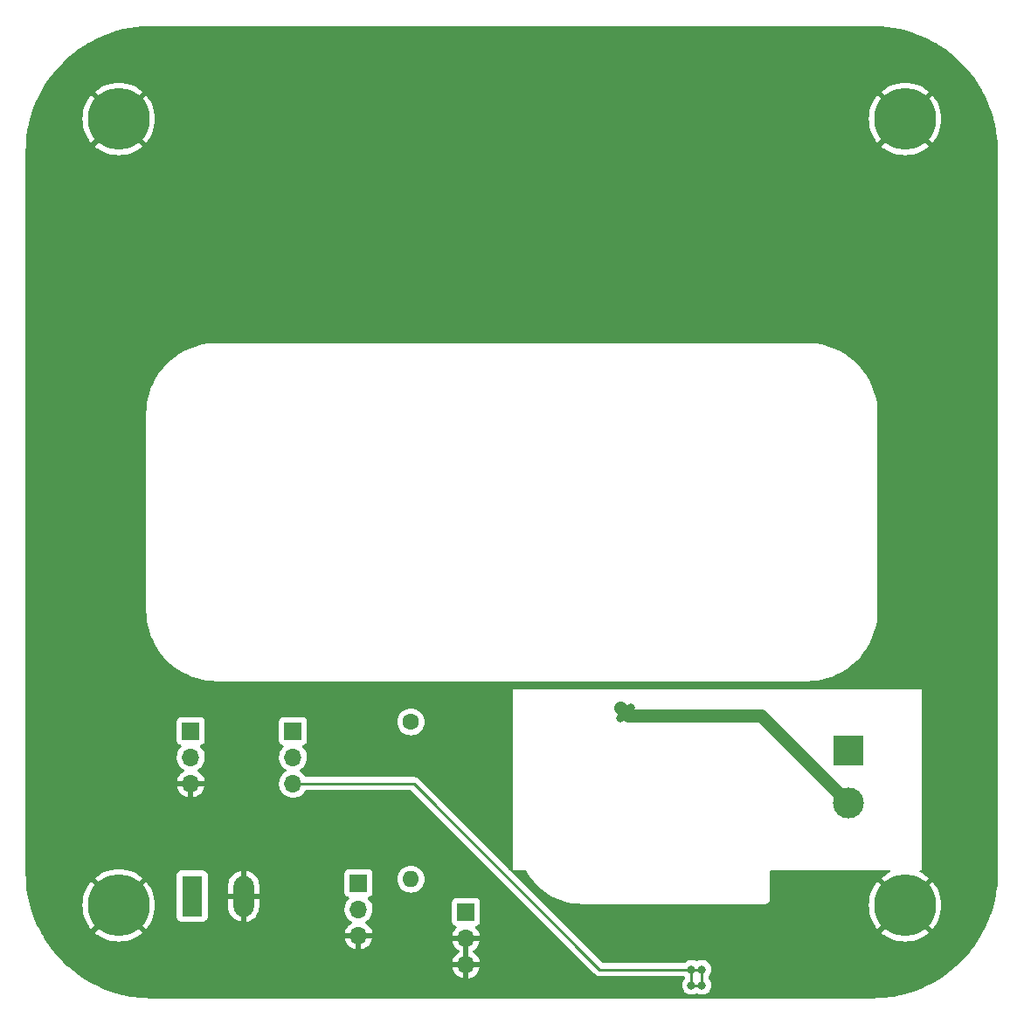
<source format=gbr>
%TF.GenerationSoftware,KiCad,Pcbnew,(6.0.0)*%
%TF.CreationDate,2022-09-01T11:05:02-05:00*%
%TF.ProjectId,SAQ-HV,5341512d-4856-42e6-9b69-6361645f7063,rev?*%
%TF.SameCoordinates,Original*%
%TF.FileFunction,Copper,L2,Bot*%
%TF.FilePolarity,Positive*%
%FSLAX46Y46*%
G04 Gerber Fmt 4.6, Leading zero omitted, Abs format (unit mm)*
G04 Created by KiCad (PCBNEW (6.0.0)) date 2022-09-01 11:05:02*
%MOMM*%
%LPD*%
G01*
G04 APERTURE LIST*
%TA.AperFunction,ComponentPad*%
%ADD10C,6.000000*%
%TD*%
%TA.AperFunction,ComponentPad*%
%ADD11R,3.000000X3.000000*%
%TD*%
%TA.AperFunction,ComponentPad*%
%ADD12C,3.000000*%
%TD*%
%TA.AperFunction,ComponentPad*%
%ADD13R,1.700000X1.700000*%
%TD*%
%TA.AperFunction,ComponentPad*%
%ADD14O,1.700000X1.700000*%
%TD*%
%TA.AperFunction,ComponentPad*%
%ADD15C,1.600000*%
%TD*%
%TA.AperFunction,ComponentPad*%
%ADD16O,1.600000X1.600000*%
%TD*%
%TA.AperFunction,ComponentPad*%
%ADD17R,1.980000X3.960000*%
%TD*%
%TA.AperFunction,ComponentPad*%
%ADD18O,1.980000X3.960000*%
%TD*%
%TA.AperFunction,ViaPad*%
%ADD19C,0.800000*%
%TD*%
%TA.AperFunction,Conductor*%
%ADD20C,0.250000*%
%TD*%
%TA.AperFunction,Conductor*%
%ADD21C,1.270000*%
%TD*%
G04 APERTURE END LIST*
D10*
%TO.P,H4,1,1*%
%TO.N,Meter GND*%
X9525000Y-85725000D03*
%TD*%
D11*
%TO.P,J4,1,Pin_1*%
%TO.N,Net-(HV1-Pad3)*%
X80264000Y-70739000D03*
D12*
%TO.P,J4,2,Pin_2*%
%TO.N,Net-(HV1-Pad4)*%
X80264000Y-75819000D03*
%TD*%
D13*
%TO.P,J2,1,Pin_1*%
%TO.N,Meter PWR*%
X32766000Y-83566000D03*
D14*
%TO.P,J2,2,Pin_2*%
%TO.N,Meter2 SEN*%
X32766000Y-86106000D03*
%TO.P,J2,3,Pin_3*%
%TO.N,Meter GND*%
X32766000Y-88646000D03*
%TD*%
D15*
%TO.P,R1,1*%
%TO.N,Meter PWR*%
X37846000Y-67945000D03*
D16*
%TO.P,R1,2*%
%TO.N,Meter2 SEN*%
X37846000Y-83185000D03*
%TD*%
D10*
%TO.P,H2,1,1*%
%TO.N,Meter GND*%
X85725000Y-85725000D03*
%TD*%
D13*
%TO.P,J3,1,Pin_1*%
%TO.N,Net-(J3-Pad1)*%
X26416000Y-68849000D03*
D14*
%TO.P,J3,2,Pin_2*%
%TO.N,Meter PWR*%
X26416000Y-71389000D03*
%TO.P,J3,3,Pin_3*%
%TO.N,Net-(HV1-Pad2)*%
X26416000Y-73929000D03*
%TD*%
D13*
%TO.P,J5,1,Pin_1*%
%TO.N,Meter2 SEN*%
X43180000Y-86375000D03*
D14*
%TO.P,J5,2,Pin_2*%
%TO.N,Meter GND*%
X43180000Y-88915000D03*
%TO.P,J5,3,Pin_3*%
X43180000Y-91455000D03*
%TD*%
D13*
%TO.P,J1,1,Pin_1*%
%TO.N,Meter PWR*%
X16510000Y-68834000D03*
D14*
%TO.P,J1,2,Pin_2*%
X16510000Y-71374000D03*
%TO.P,J1,3,Pin_3*%
%TO.N,Meter GND*%
X16510000Y-73914000D03*
%TD*%
D17*
%TO.P,BT1,1,+*%
%TO.N,Meter PWR*%
X16637000Y-84836000D03*
D18*
%TO.P,BT1,2,-*%
%TO.N,Meter GND*%
X21637000Y-84836000D03*
%TD*%
D10*
%TO.P,H3,1,1*%
%TO.N,Meter GND*%
X9525000Y-9525000D03*
%TD*%
%TO.P,H1,1,1*%
%TO.N,Meter GND*%
X85725000Y-9525000D03*
%TD*%
D19*
%TO.N,Net-(HV1-Pad2)*%
X66040000Y-91948000D03*
X65024000Y-91948000D03*
X66040000Y-93472000D03*
X65024000Y-93472000D03*
%TO.N,Net-(HV1-Pad4)*%
X58166000Y-66548000D03*
X59182000Y-67564000D03*
X58166000Y-67564000D03*
X59182000Y-66548000D03*
%TD*%
D20*
%TO.N,Net-(HV1-Pad2)*%
X65024000Y-91948000D02*
X56134000Y-91948000D01*
X66040000Y-91948000D02*
X65024000Y-91948000D01*
X65024000Y-93472000D02*
X66040000Y-93472000D01*
X56134000Y-91948000D02*
X38115000Y-73929000D01*
X66040000Y-91948000D02*
X66040000Y-93472000D01*
X65024000Y-91948000D02*
X65024000Y-93472000D01*
X38115000Y-73929000D02*
X26416000Y-73929000D01*
D21*
%TO.N,Net-(HV1-Pad4)*%
X58928000Y-67310000D02*
X58166000Y-66548000D01*
D20*
X58166000Y-67564000D02*
X59182000Y-67564000D01*
D21*
X80264000Y-75819000D02*
X71755000Y-67310000D01*
D20*
X58166000Y-67564000D02*
X58166000Y-66548000D01*
X58166000Y-66548000D02*
X59182000Y-66548000D01*
D21*
X71755000Y-67310000D02*
X58928000Y-67310000D01*
D20*
X59182000Y-66548000D02*
X59182000Y-67564000D01*
%TD*%
%TA.AperFunction,Conductor*%
%TO.N,Meter GND*%
G36*
X82520057Y-509500D02*
G01*
X82534858Y-511805D01*
X82534861Y-511805D01*
X82543730Y-513186D01*
X82567595Y-510065D01*
X82587468Y-509051D01*
X83230073Y-527081D01*
X83237129Y-527477D01*
X83582516Y-556610D01*
X83911550Y-584364D01*
X83918555Y-585153D01*
X84139103Y-616289D01*
X84588740Y-679768D01*
X84595707Y-680952D01*
X85259510Y-812990D01*
X85266401Y-814563D01*
X85615812Y-904694D01*
X85921756Y-983613D01*
X85928532Y-985565D01*
X86573405Y-1191104D01*
X86580075Y-1193439D01*
X87212379Y-1434803D01*
X87218872Y-1437491D01*
X87836696Y-1713950D01*
X87843050Y-1717009D01*
X88444372Y-2027659D01*
X88450538Y-2031067D01*
X88831369Y-2255714D01*
X89033490Y-2374943D01*
X89039474Y-2378703D01*
X89602223Y-2754720D01*
X89607987Y-2758810D01*
X90148754Y-3165778D01*
X90154280Y-3170184D01*
X90671400Y-3606854D01*
X90676670Y-3611564D01*
X91168477Y-4076526D01*
X91173474Y-4081523D01*
X91638436Y-4573330D01*
X91643146Y-4578600D01*
X92079816Y-5095720D01*
X92084222Y-5101246D01*
X92491190Y-5642013D01*
X92495280Y-5647777D01*
X92871297Y-6210526D01*
X92875057Y-6216510D01*
X93161228Y-6701638D01*
X93218927Y-6799452D01*
X93222341Y-6805628D01*
X93448481Y-7243366D01*
X93532987Y-7406943D01*
X93536050Y-7413304D01*
X93812509Y-8031128D01*
X93815197Y-8037621D01*
X94056561Y-8669924D01*
X94058896Y-8676595D01*
X94264433Y-9321460D01*
X94266387Y-9328244D01*
X94317992Y-9528301D01*
X94435437Y-9983599D01*
X94437010Y-9990490D01*
X94569048Y-10654293D01*
X94570232Y-10661260D01*
X94664846Y-11331435D01*
X94665636Y-11338450D01*
X94687051Y-11592338D01*
X94722523Y-12012871D01*
X94722919Y-12019927D01*
X94740736Y-12654937D01*
X94739287Y-12677849D01*
X94736814Y-12693730D01*
X94737978Y-12702632D01*
X94737978Y-12702635D01*
X94740936Y-12725251D01*
X94742000Y-12741589D01*
X94742000Y-82500672D01*
X94740500Y-82520057D01*
X94738448Y-82533238D01*
X94736814Y-82543730D01*
X94738637Y-82557669D01*
X94739935Y-82567595D01*
X94740949Y-82587468D01*
X94722919Y-83230073D01*
X94722523Y-83237129D01*
X94706572Y-83426232D01*
X94671144Y-83846257D01*
X94665637Y-83911541D01*
X94664847Y-83918555D01*
X94649213Y-84029300D01*
X94570232Y-84588740D01*
X94569048Y-84595707D01*
X94437010Y-85259510D01*
X94435437Y-85266401D01*
X94356611Y-85571984D01*
X94283425Y-85855707D01*
X94266389Y-85921749D01*
X94264435Y-85928532D01*
X94097560Y-86452099D01*
X94058896Y-86573405D01*
X94056561Y-86580075D01*
X93815197Y-87212379D01*
X93812509Y-87218872D01*
X93547658Y-87810757D01*
X93536054Y-87836689D01*
X93532991Y-87843050D01*
X93224712Y-88439783D01*
X93222346Y-88444362D01*
X93218933Y-88450538D01*
X93031263Y-88768683D01*
X92875057Y-89033490D01*
X92871297Y-89039474D01*
X92495280Y-89602223D01*
X92491190Y-89607987D01*
X92277537Y-89891883D01*
X92112958Y-90110571D01*
X92084222Y-90148754D01*
X92079819Y-90154276D01*
X91959425Y-90296851D01*
X91643146Y-90671400D01*
X91638436Y-90676670D01*
X91173474Y-91168477D01*
X91168477Y-91173474D01*
X90676670Y-91638436D01*
X90671400Y-91643146D01*
X90154280Y-92079816D01*
X90148754Y-92084222D01*
X89607987Y-92491190D01*
X89602223Y-92495280D01*
X89039474Y-92871297D01*
X89033490Y-92875057D01*
X88450538Y-93218933D01*
X88444372Y-93222341D01*
X87843050Y-93532991D01*
X87836696Y-93536050D01*
X87218872Y-93812509D01*
X87212379Y-93815197D01*
X86580076Y-94056561D01*
X86573406Y-94058896D01*
X85928532Y-94264435D01*
X85921756Y-94266387D01*
X85704421Y-94322449D01*
X85266401Y-94435437D01*
X85259510Y-94437010D01*
X84595707Y-94569048D01*
X84588740Y-94570232D01*
X84139103Y-94633711D01*
X83918555Y-94664847D01*
X83911550Y-94665636D01*
X83582516Y-94693390D01*
X83237129Y-94722523D01*
X83230073Y-94722919D01*
X82990839Y-94729631D01*
X82595058Y-94740736D01*
X82572151Y-94739287D01*
X82556270Y-94736814D01*
X82547368Y-94737978D01*
X82547365Y-94737978D01*
X82524749Y-94740936D01*
X82508411Y-94742000D01*
X12749328Y-94742000D01*
X12729943Y-94740500D01*
X12715142Y-94738195D01*
X12715139Y-94738195D01*
X12706270Y-94736814D01*
X12682405Y-94739935D01*
X12662532Y-94740949D01*
X12019927Y-94722919D01*
X12012871Y-94722523D01*
X11667484Y-94693390D01*
X11338450Y-94665636D01*
X11331445Y-94664847D01*
X11110897Y-94633711D01*
X10661260Y-94570232D01*
X10654293Y-94569048D01*
X9990490Y-94437010D01*
X9983599Y-94435437D01*
X9545579Y-94322449D01*
X9328244Y-94266387D01*
X9321468Y-94264435D01*
X8676594Y-94058896D01*
X8669924Y-94056561D01*
X8037621Y-93815197D01*
X8031128Y-93812509D01*
X7413304Y-93536050D01*
X7406950Y-93532991D01*
X6805628Y-93222341D01*
X6799462Y-93218933D01*
X6216510Y-92875057D01*
X6210526Y-92871297D01*
X5647777Y-92495280D01*
X5642013Y-92491190D01*
X5101246Y-92084222D01*
X5095720Y-92079816D01*
X4673126Y-91722966D01*
X41848257Y-91722966D01*
X41878565Y-91857446D01*
X41881645Y-91867275D01*
X41961770Y-92064603D01*
X41966413Y-92073794D01*
X42077694Y-92255388D01*
X42083777Y-92263699D01*
X42223213Y-92424667D01*
X42230580Y-92431883D01*
X42394434Y-92567916D01*
X42402881Y-92573831D01*
X42586756Y-92681279D01*
X42596042Y-92685729D01*
X42795001Y-92761703D01*
X42804899Y-92764579D01*
X42908250Y-92785606D01*
X42922299Y-92784410D01*
X42926000Y-92774065D01*
X42926000Y-92773517D01*
X43434000Y-92773517D01*
X43438064Y-92787359D01*
X43451478Y-92789393D01*
X43458184Y-92788534D01*
X43468262Y-92786392D01*
X43672255Y-92725191D01*
X43681842Y-92721433D01*
X43873095Y-92627739D01*
X43881945Y-92622464D01*
X44055328Y-92498792D01*
X44063200Y-92492139D01*
X44214052Y-92341812D01*
X44220730Y-92333965D01*
X44345003Y-92161020D01*
X44350313Y-92152183D01*
X44444670Y-91961267D01*
X44448469Y-91951672D01*
X44510377Y-91747910D01*
X44512555Y-91737837D01*
X44513986Y-91726962D01*
X44511775Y-91712778D01*
X44498617Y-91709000D01*
X43452115Y-91709000D01*
X43436876Y-91713475D01*
X43435671Y-91714865D01*
X43434000Y-91722548D01*
X43434000Y-92773517D01*
X42926000Y-92773517D01*
X42926000Y-91727115D01*
X42921525Y-91711876D01*
X42920135Y-91710671D01*
X42912452Y-91709000D01*
X41863225Y-91709000D01*
X41849694Y-91712973D01*
X41848257Y-91722966D01*
X4673126Y-91722966D01*
X4578600Y-91643146D01*
X4573330Y-91638436D01*
X4098139Y-91189183D01*
X41844389Y-91189183D01*
X41845912Y-91197607D01*
X41858292Y-91201000D01*
X42907885Y-91201000D01*
X42923124Y-91196525D01*
X42924329Y-91195135D01*
X42926000Y-91187452D01*
X42926000Y-91182885D01*
X43434000Y-91182885D01*
X43438475Y-91198124D01*
X43439865Y-91199329D01*
X43447548Y-91201000D01*
X44498344Y-91201000D01*
X44511875Y-91197027D01*
X44513180Y-91187947D01*
X44471214Y-91020875D01*
X44467894Y-91011124D01*
X44382972Y-90815814D01*
X44378105Y-90806739D01*
X44262426Y-90627926D01*
X44256136Y-90619757D01*
X44112806Y-90462240D01*
X44105273Y-90455215D01*
X43938139Y-90323222D01*
X43929552Y-90317517D01*
X43892116Y-90296851D01*
X43842146Y-90246419D01*
X43827374Y-90176976D01*
X43852490Y-90110571D01*
X43879842Y-90083964D01*
X44055327Y-89958792D01*
X44063200Y-89952139D01*
X44214052Y-89801812D01*
X44220730Y-89793965D01*
X44345003Y-89621020D01*
X44350313Y-89612183D01*
X44444670Y-89421267D01*
X44448469Y-89411672D01*
X44510377Y-89207910D01*
X44512555Y-89197837D01*
X44513986Y-89186962D01*
X44511775Y-89172778D01*
X44498617Y-89169000D01*
X43452115Y-89169000D01*
X43436876Y-89173475D01*
X43435671Y-89174865D01*
X43434000Y-89182548D01*
X43434000Y-91182885D01*
X42926000Y-91182885D01*
X42926000Y-89187115D01*
X42921525Y-89171876D01*
X42920135Y-89170671D01*
X42912452Y-89169000D01*
X41863225Y-89169000D01*
X41849694Y-89172973D01*
X41848257Y-89182966D01*
X41878565Y-89317446D01*
X41881645Y-89327275D01*
X41961770Y-89524603D01*
X41966413Y-89533794D01*
X42077694Y-89715388D01*
X42083777Y-89723699D01*
X42223213Y-89884667D01*
X42230580Y-89891883D01*
X42394434Y-90027916D01*
X42402881Y-90033831D01*
X42472479Y-90074501D01*
X42521203Y-90126140D01*
X42534274Y-90195923D01*
X42507543Y-90261694D01*
X42467087Y-90295053D01*
X42458462Y-90299542D01*
X42449738Y-90305036D01*
X42279433Y-90432905D01*
X42271726Y-90439748D01*
X42124590Y-90593717D01*
X42118104Y-90601727D01*
X41998098Y-90777649D01*
X41993000Y-90786623D01*
X41903338Y-90979783D01*
X41899775Y-90989470D01*
X41844389Y-91189183D01*
X4098139Y-91189183D01*
X4081523Y-91173474D01*
X4076526Y-91168477D01*
X3611564Y-90676670D01*
X3606854Y-90671400D01*
X3290575Y-90296851D01*
X3170181Y-90154276D01*
X3165778Y-90148754D01*
X3137043Y-90110571D01*
X2972463Y-89891883D01*
X2758810Y-89607987D01*
X2754720Y-89602223D01*
X2378703Y-89039474D01*
X2374943Y-89033490D01*
X2218737Y-88768683D01*
X2031067Y-88450538D01*
X2027654Y-88444362D01*
X2025289Y-88439783D01*
X1994500Y-88380186D01*
X7234960Y-88380186D01*
X7242418Y-88390554D01*
X7457662Y-88564854D01*
X7462984Y-88568721D01*
X7765823Y-88765387D01*
X7771532Y-88768683D01*
X8093275Y-88932620D01*
X8099286Y-88935296D01*
X8436395Y-89064700D01*
X8442672Y-89066740D01*
X8791463Y-89160198D01*
X8797901Y-89161567D01*
X9154560Y-89218055D01*
X9161104Y-89218743D01*
X9521699Y-89237641D01*
X9528301Y-89237641D01*
X9888896Y-89218743D01*
X9895440Y-89218055D01*
X10252099Y-89161567D01*
X10258537Y-89160198D01*
X10607328Y-89066740D01*
X10613605Y-89064700D01*
X10950714Y-88935296D01*
X10956725Y-88932620D01*
X10993335Y-88913966D01*
X31434257Y-88913966D01*
X31464565Y-89048446D01*
X31467645Y-89058275D01*
X31547770Y-89255603D01*
X31552413Y-89264794D01*
X31663694Y-89446388D01*
X31669777Y-89454699D01*
X31809213Y-89615667D01*
X31816580Y-89622883D01*
X31980434Y-89758916D01*
X31988881Y-89764831D01*
X32172756Y-89872279D01*
X32182042Y-89876729D01*
X32381001Y-89952703D01*
X32390899Y-89955579D01*
X32494250Y-89976606D01*
X32508299Y-89975410D01*
X32512000Y-89965065D01*
X32512000Y-89964517D01*
X33020000Y-89964517D01*
X33024064Y-89978359D01*
X33037478Y-89980393D01*
X33044184Y-89979534D01*
X33054262Y-89977392D01*
X33258255Y-89916191D01*
X33267842Y-89912433D01*
X33459095Y-89818739D01*
X33467945Y-89813464D01*
X33641328Y-89689792D01*
X33649200Y-89683139D01*
X33800052Y-89532812D01*
X33806730Y-89524965D01*
X33931003Y-89352020D01*
X33936313Y-89343183D01*
X34030670Y-89152267D01*
X34034469Y-89142672D01*
X34096377Y-88938910D01*
X34098555Y-88928837D01*
X34099986Y-88917962D01*
X34097775Y-88903778D01*
X34084617Y-88900000D01*
X33038115Y-88900000D01*
X33022876Y-88904475D01*
X33021671Y-88905865D01*
X33020000Y-88913548D01*
X33020000Y-89964517D01*
X32512000Y-89964517D01*
X32512000Y-88918115D01*
X32507525Y-88902876D01*
X32506135Y-88901671D01*
X32498452Y-88900000D01*
X31449225Y-88900000D01*
X31435694Y-88903973D01*
X31434257Y-88913966D01*
X10993335Y-88913966D01*
X11278468Y-88768683D01*
X11284177Y-88765387D01*
X11587016Y-88568721D01*
X11592338Y-88564854D01*
X11806634Y-88391322D01*
X11815100Y-88379067D01*
X11808766Y-88367976D01*
X9537812Y-86097022D01*
X9523868Y-86089408D01*
X9522035Y-86089539D01*
X9515420Y-86093790D01*
X7242100Y-88367110D01*
X7234960Y-88380186D01*
X1994500Y-88380186D01*
X1717009Y-87843050D01*
X1713946Y-87836689D01*
X1702342Y-87810757D01*
X1437491Y-87218872D01*
X1434803Y-87212379D01*
X1193439Y-86580075D01*
X1191104Y-86573405D01*
X1152440Y-86452099D01*
X985565Y-85928532D01*
X983611Y-85921749D01*
X966576Y-85855707D01*
X933711Y-85728301D01*
X6012359Y-85728301D01*
X6031257Y-86088896D01*
X6031945Y-86095440D01*
X6088433Y-86452099D01*
X6089802Y-86458537D01*
X6183260Y-86807328D01*
X6185300Y-86813605D01*
X6314704Y-87150714D01*
X6317380Y-87156725D01*
X6481317Y-87478468D01*
X6484613Y-87484177D01*
X6681279Y-87787016D01*
X6685146Y-87792338D01*
X6858678Y-88006634D01*
X6870933Y-88015100D01*
X6882024Y-88008766D01*
X9152978Y-85737812D01*
X9159356Y-85726132D01*
X9889408Y-85726132D01*
X9889539Y-85727965D01*
X9893790Y-85734580D01*
X12167110Y-88007900D01*
X12180186Y-88015040D01*
X12190554Y-88007582D01*
X12364854Y-87792338D01*
X12368721Y-87787016D01*
X12565387Y-87484177D01*
X12568683Y-87478468D01*
X12732620Y-87156725D01*
X12735296Y-87150714D01*
X12845304Y-86864134D01*
X15138500Y-86864134D01*
X15145255Y-86926316D01*
X15196385Y-87062705D01*
X15283739Y-87179261D01*
X15400295Y-87266615D01*
X15536684Y-87317745D01*
X15598866Y-87324500D01*
X17675134Y-87324500D01*
X17737316Y-87317745D01*
X17873705Y-87266615D01*
X17990261Y-87179261D01*
X18077615Y-87062705D01*
X18128745Y-86926316D01*
X18135500Y-86864134D01*
X18135500Y-85885857D01*
X20139000Y-85885857D01*
X20139212Y-85891030D01*
X20153626Y-86066350D01*
X20155309Y-86076512D01*
X20212800Y-86305396D01*
X20216121Y-86315151D01*
X20310218Y-86531557D01*
X20315096Y-86540655D01*
X20443273Y-86738787D01*
X20449563Y-86746956D01*
X20608387Y-86921501D01*
X20615920Y-86928526D01*
X20801120Y-87074787D01*
X20809707Y-87080492D01*
X21016297Y-87194536D01*
X21025709Y-87198766D01*
X21248156Y-87277539D01*
X21258127Y-87280173D01*
X21365163Y-87299239D01*
X21378460Y-87297779D01*
X21382591Y-87284534D01*
X21891000Y-87284534D01*
X21894918Y-87297878D01*
X21909194Y-87299865D01*
X21980236Y-87288994D01*
X21990263Y-87286605D01*
X22214570Y-87213291D01*
X22224079Y-87209294D01*
X22433395Y-87100331D01*
X22442120Y-87094837D01*
X22630835Y-86953146D01*
X22638542Y-86946303D01*
X22801584Y-86775690D01*
X22808067Y-86767684D01*
X22941057Y-86572726D01*
X22946143Y-86563774D01*
X23045506Y-86349715D01*
X23049060Y-86340055D01*
X23112130Y-86112631D01*
X23114057Y-86102527D01*
X23117245Y-86072695D01*
X31403251Y-86072695D01*
X31403548Y-86077848D01*
X31403548Y-86077851D01*
X31409011Y-86172590D01*
X31416110Y-86295715D01*
X31417247Y-86300761D01*
X31417248Y-86300767D01*
X31437119Y-86388939D01*
X31465222Y-86513639D01*
X31549266Y-86720616D01*
X31551965Y-86725020D01*
X31637214Y-86864134D01*
X31665987Y-86911088D01*
X31812250Y-87079938D01*
X31904741Y-87156725D01*
X31971755Y-87212361D01*
X31984126Y-87222632D01*
X32050177Y-87261229D01*
X32057955Y-87265774D01*
X32106679Y-87317412D01*
X32119750Y-87387195D01*
X32093019Y-87452967D01*
X32052562Y-87486327D01*
X32044457Y-87490546D01*
X32035738Y-87496036D01*
X31865433Y-87623905D01*
X31857726Y-87630748D01*
X31710590Y-87784717D01*
X31704104Y-87792727D01*
X31584098Y-87968649D01*
X31579000Y-87977623D01*
X31489338Y-88170783D01*
X31485775Y-88180470D01*
X31430389Y-88380183D01*
X31431912Y-88388607D01*
X31444292Y-88392000D01*
X34084344Y-88392000D01*
X34097875Y-88388027D01*
X34099180Y-88378947D01*
X34057214Y-88211875D01*
X34053894Y-88202124D01*
X33968972Y-88006814D01*
X33964105Y-87997739D01*
X33848426Y-87818926D01*
X33842136Y-87810757D01*
X33698806Y-87653240D01*
X33691273Y-87646215D01*
X33524139Y-87514222D01*
X33515556Y-87508520D01*
X33478602Y-87488120D01*
X33428631Y-87437687D01*
X33413859Y-87368245D01*
X33438975Y-87301839D01*
X33466327Y-87275232D01*
X33469268Y-87273134D01*
X41821500Y-87273134D01*
X41828255Y-87335316D01*
X41879385Y-87471705D01*
X41966739Y-87588261D01*
X42083295Y-87675615D01*
X42091704Y-87678767D01*
X42091705Y-87678768D01*
X42200960Y-87719726D01*
X42257725Y-87762367D01*
X42282425Y-87828929D01*
X42267218Y-87898278D01*
X42247825Y-87924759D01*
X42124590Y-88053717D01*
X42118104Y-88061727D01*
X41998098Y-88237649D01*
X41993000Y-88246623D01*
X41903338Y-88439783D01*
X41899775Y-88449470D01*
X41844389Y-88649183D01*
X41845912Y-88657607D01*
X41858292Y-88661000D01*
X44498344Y-88661000D01*
X44511875Y-88657027D01*
X44513180Y-88647947D01*
X44471214Y-88480875D01*
X44467894Y-88471124D01*
X44382972Y-88275814D01*
X44378105Y-88266739D01*
X44262426Y-88087926D01*
X44256136Y-88079757D01*
X44112293Y-87921677D01*
X44081241Y-87857831D01*
X44089635Y-87787333D01*
X44134812Y-87732564D01*
X44161256Y-87718895D01*
X44268297Y-87678767D01*
X44276705Y-87675615D01*
X44393261Y-87588261D01*
X44480615Y-87471705D01*
X44531745Y-87335316D01*
X44538500Y-87273134D01*
X44538500Y-85476866D01*
X44531745Y-85414684D01*
X44480615Y-85278295D01*
X44393261Y-85161739D01*
X44276705Y-85074385D01*
X44140316Y-85023255D01*
X44078134Y-85016500D01*
X42281866Y-85016500D01*
X42219684Y-85023255D01*
X42083295Y-85074385D01*
X41966739Y-85161739D01*
X41879385Y-85278295D01*
X41828255Y-85414684D01*
X41821500Y-85476866D01*
X41821500Y-87273134D01*
X33469268Y-87273134D01*
X33489797Y-87258491D01*
X33645860Y-87147173D01*
X33804096Y-86989489D01*
X33844174Y-86933715D01*
X33931435Y-86812277D01*
X33934453Y-86808077D01*
X33954417Y-86767684D01*
X34031136Y-86612453D01*
X34031137Y-86612451D01*
X34033430Y-86607811D01*
X34098370Y-86394069D01*
X34127529Y-86172590D01*
X34129156Y-86106000D01*
X34110852Y-85883361D01*
X34056431Y-85666702D01*
X33967354Y-85461840D01*
X33899019Y-85356210D01*
X33848822Y-85278617D01*
X33848820Y-85278614D01*
X33846014Y-85274277D01*
X33842532Y-85270450D01*
X33698798Y-85112488D01*
X33667746Y-85048642D01*
X33676141Y-84978143D01*
X33721317Y-84923375D01*
X33747761Y-84909706D01*
X33854297Y-84869767D01*
X33862705Y-84866615D01*
X33979261Y-84779261D01*
X34066615Y-84662705D01*
X34117745Y-84526316D01*
X34124500Y-84464134D01*
X34124500Y-83185000D01*
X36532502Y-83185000D01*
X36552457Y-83413087D01*
X36553881Y-83418400D01*
X36553881Y-83418402D01*
X36601332Y-83595488D01*
X36611716Y-83634243D01*
X36614039Y-83639224D01*
X36614039Y-83639225D01*
X36706151Y-83836762D01*
X36706154Y-83836767D01*
X36708477Y-83841749D01*
X36839802Y-84029300D01*
X37001700Y-84191198D01*
X37006208Y-84194355D01*
X37006211Y-84194357D01*
X37084389Y-84249098D01*
X37189251Y-84322523D01*
X37194233Y-84324846D01*
X37194238Y-84324849D01*
X37391775Y-84416961D01*
X37396757Y-84419284D01*
X37402065Y-84420706D01*
X37402067Y-84420707D01*
X37612598Y-84477119D01*
X37612600Y-84477119D01*
X37617913Y-84478543D01*
X37846000Y-84498498D01*
X38074087Y-84478543D01*
X38079400Y-84477119D01*
X38079402Y-84477119D01*
X38289933Y-84420707D01*
X38289935Y-84420706D01*
X38295243Y-84419284D01*
X38300225Y-84416961D01*
X38497762Y-84324849D01*
X38497767Y-84324846D01*
X38502749Y-84322523D01*
X38607611Y-84249098D01*
X38685789Y-84194357D01*
X38685792Y-84194355D01*
X38690300Y-84191198D01*
X38852198Y-84029300D01*
X38983523Y-83841749D01*
X38985846Y-83836767D01*
X38985849Y-83836762D01*
X39077961Y-83639225D01*
X39077961Y-83639224D01*
X39080284Y-83634243D01*
X39090669Y-83595488D01*
X39138119Y-83418402D01*
X39138119Y-83418400D01*
X39139543Y-83413087D01*
X39159498Y-83185000D01*
X39139543Y-82956913D01*
X39125450Y-82904316D01*
X39081707Y-82741067D01*
X39081706Y-82741065D01*
X39080284Y-82735757D01*
X39072402Y-82718854D01*
X38985849Y-82533238D01*
X38985846Y-82533233D01*
X38983523Y-82528251D01*
X38883494Y-82385395D01*
X38855357Y-82345211D01*
X38855355Y-82345208D01*
X38852198Y-82340700D01*
X38690300Y-82178802D01*
X38685792Y-82175645D01*
X38685789Y-82175643D01*
X38607611Y-82120902D01*
X38502749Y-82047477D01*
X38497767Y-82045154D01*
X38497762Y-82045151D01*
X38300225Y-81953039D01*
X38300224Y-81953039D01*
X38295243Y-81950716D01*
X38289935Y-81949294D01*
X38289933Y-81949293D01*
X38079402Y-81892881D01*
X38079400Y-81892881D01*
X38074087Y-81891457D01*
X37846000Y-81871502D01*
X37617913Y-81891457D01*
X37612600Y-81892881D01*
X37612598Y-81892881D01*
X37402067Y-81949293D01*
X37402065Y-81949294D01*
X37396757Y-81950716D01*
X37391776Y-81953039D01*
X37391775Y-81953039D01*
X37194238Y-82045151D01*
X37194233Y-82045154D01*
X37189251Y-82047477D01*
X37084389Y-82120902D01*
X37006211Y-82175643D01*
X37006208Y-82175645D01*
X37001700Y-82178802D01*
X36839802Y-82340700D01*
X36836645Y-82345208D01*
X36836643Y-82345211D01*
X36808506Y-82385395D01*
X36708477Y-82528251D01*
X36706154Y-82533233D01*
X36706151Y-82533238D01*
X36619598Y-82718854D01*
X36611716Y-82735757D01*
X36610294Y-82741065D01*
X36610293Y-82741067D01*
X36566550Y-82904316D01*
X36552457Y-82956913D01*
X36532502Y-83185000D01*
X34124500Y-83185000D01*
X34124500Y-82667866D01*
X34117745Y-82605684D01*
X34066615Y-82469295D01*
X33979261Y-82352739D01*
X33862705Y-82265385D01*
X33726316Y-82214255D01*
X33664134Y-82207500D01*
X31867866Y-82207500D01*
X31805684Y-82214255D01*
X31669295Y-82265385D01*
X31552739Y-82352739D01*
X31465385Y-82469295D01*
X31414255Y-82605684D01*
X31407500Y-82667866D01*
X31407500Y-84464134D01*
X31414255Y-84526316D01*
X31465385Y-84662705D01*
X31552739Y-84779261D01*
X31669295Y-84866615D01*
X31677704Y-84869767D01*
X31677705Y-84869768D01*
X31786451Y-84910535D01*
X31843216Y-84953176D01*
X31867916Y-85019738D01*
X31852709Y-85089087D01*
X31833316Y-85115568D01*
X31782333Y-85168919D01*
X31706629Y-85248138D01*
X31703715Y-85252410D01*
X31703714Y-85252411D01*
X31650748Y-85330056D01*
X31580743Y-85432680D01*
X31541831Y-85516509D01*
X31501900Y-85602534D01*
X31486688Y-85635305D01*
X31426989Y-85850570D01*
X31403251Y-86072695D01*
X23117245Y-86072695D01*
X23134644Y-85909898D01*
X23135000Y-85903206D01*
X23135000Y-85108115D01*
X23130525Y-85092876D01*
X23129135Y-85091671D01*
X23121452Y-85090000D01*
X21909115Y-85090000D01*
X21893876Y-85094475D01*
X21892671Y-85095865D01*
X21891000Y-85103548D01*
X21891000Y-87284534D01*
X21382591Y-87284534D01*
X21383000Y-87283222D01*
X21383000Y-85108115D01*
X21378525Y-85092876D01*
X21377135Y-85091671D01*
X21369452Y-85090000D01*
X20157115Y-85090000D01*
X20141876Y-85094475D01*
X20140671Y-85095865D01*
X20139000Y-85103548D01*
X20139000Y-85885857D01*
X18135500Y-85885857D01*
X18135500Y-84563885D01*
X20139000Y-84563885D01*
X20143475Y-84579124D01*
X20144865Y-84580329D01*
X20152548Y-84582000D01*
X21364885Y-84582000D01*
X21380124Y-84577525D01*
X21381329Y-84576135D01*
X21383000Y-84568452D01*
X21383000Y-84563885D01*
X21891000Y-84563885D01*
X21895475Y-84579124D01*
X21896865Y-84580329D01*
X21904548Y-84582000D01*
X23116885Y-84582000D01*
X23132124Y-84577525D01*
X23133329Y-84576135D01*
X23135000Y-84568452D01*
X23135000Y-83786143D01*
X23134788Y-83780970D01*
X23120374Y-83605650D01*
X23118691Y-83595488D01*
X23061200Y-83366604D01*
X23057879Y-83356849D01*
X22963782Y-83140443D01*
X22958904Y-83131345D01*
X22830727Y-82933213D01*
X22824437Y-82925044D01*
X22665613Y-82750499D01*
X22658080Y-82743474D01*
X22472880Y-82597213D01*
X22464293Y-82591508D01*
X22257703Y-82477464D01*
X22248291Y-82473234D01*
X22025844Y-82394461D01*
X22015873Y-82391827D01*
X21908837Y-82372761D01*
X21895540Y-82374221D01*
X21891000Y-82388778D01*
X21891000Y-84563885D01*
X21383000Y-84563885D01*
X21383000Y-82387466D01*
X21379082Y-82374122D01*
X21364806Y-82372135D01*
X21293764Y-82383006D01*
X21283737Y-82385395D01*
X21059430Y-82458709D01*
X21049921Y-82462706D01*
X20840605Y-82571669D01*
X20831880Y-82577163D01*
X20643165Y-82718854D01*
X20635458Y-82725697D01*
X20472416Y-82896310D01*
X20465933Y-82904316D01*
X20332943Y-83099274D01*
X20327857Y-83108226D01*
X20228494Y-83322285D01*
X20224940Y-83331945D01*
X20161870Y-83559369D01*
X20159943Y-83569473D01*
X20139356Y-83762102D01*
X20139000Y-83768794D01*
X20139000Y-84563885D01*
X18135500Y-84563885D01*
X18135500Y-82807866D01*
X18128745Y-82745684D01*
X18077615Y-82609295D01*
X17990261Y-82492739D01*
X17873705Y-82405385D01*
X17737316Y-82354255D01*
X17675134Y-82347500D01*
X15598866Y-82347500D01*
X15536684Y-82354255D01*
X15400295Y-82405385D01*
X15283739Y-82492739D01*
X15196385Y-82609295D01*
X15145255Y-82745684D01*
X15138500Y-82807866D01*
X15138500Y-86864134D01*
X12845304Y-86864134D01*
X12864700Y-86813605D01*
X12866740Y-86807328D01*
X12960198Y-86458537D01*
X12961567Y-86452099D01*
X13018055Y-86095440D01*
X13018743Y-86088896D01*
X13037641Y-85728301D01*
X13037641Y-85721699D01*
X13018743Y-85361104D01*
X13018055Y-85354560D01*
X12961567Y-84997901D01*
X12960198Y-84991463D01*
X12866740Y-84642672D01*
X12864700Y-84636395D01*
X12735296Y-84299286D01*
X12732620Y-84293275D01*
X12568683Y-83971532D01*
X12565387Y-83965823D01*
X12368721Y-83662984D01*
X12364854Y-83657662D01*
X12191322Y-83443366D01*
X12179067Y-83434900D01*
X12167976Y-83441234D01*
X9897022Y-85712188D01*
X9889408Y-85726132D01*
X9159356Y-85726132D01*
X9160592Y-85723868D01*
X9160461Y-85722035D01*
X9156210Y-85715420D01*
X6882890Y-83442100D01*
X6869814Y-83434960D01*
X6859446Y-83442418D01*
X6685146Y-83657662D01*
X6681279Y-83662984D01*
X6484613Y-83965823D01*
X6481317Y-83971532D01*
X6317380Y-84293275D01*
X6314704Y-84299286D01*
X6185300Y-84636395D01*
X6183260Y-84642672D01*
X6089802Y-84991463D01*
X6088433Y-84997901D01*
X6031945Y-85354560D01*
X6031257Y-85361104D01*
X6012359Y-85721699D01*
X6012359Y-85728301D01*
X933711Y-85728301D01*
X893389Y-85571984D01*
X814563Y-85266401D01*
X812990Y-85259510D01*
X680952Y-84595707D01*
X679768Y-84588740D01*
X600787Y-84029300D01*
X585153Y-83918555D01*
X584363Y-83911541D01*
X578857Y-83846257D01*
X543428Y-83426232D01*
X527477Y-83237129D01*
X527081Y-83230073D01*
X522616Y-83070933D01*
X7234900Y-83070933D01*
X7241234Y-83082024D01*
X9512188Y-85352978D01*
X9526132Y-85360592D01*
X9527965Y-85360461D01*
X9534580Y-85356210D01*
X11807900Y-83082890D01*
X11815040Y-83069814D01*
X11807582Y-83059446D01*
X11592338Y-82885146D01*
X11587016Y-82881279D01*
X11284177Y-82684613D01*
X11278468Y-82681317D01*
X10956725Y-82517380D01*
X10950714Y-82514704D01*
X10613605Y-82385300D01*
X10607328Y-82383260D01*
X10258537Y-82289802D01*
X10252099Y-82288433D01*
X9895440Y-82231945D01*
X9888896Y-82231257D01*
X9528301Y-82212359D01*
X9521699Y-82212359D01*
X9161104Y-82231257D01*
X9154560Y-82231945D01*
X8797901Y-82288433D01*
X8791463Y-82289802D01*
X8442672Y-82383260D01*
X8436395Y-82385300D01*
X8099286Y-82514704D01*
X8093275Y-82517380D01*
X7771532Y-82681317D01*
X7765823Y-82684613D01*
X7462984Y-82881279D01*
X7457662Y-82885146D01*
X7243366Y-83058678D01*
X7234900Y-83070933D01*
X522616Y-83070933D01*
X513428Y-82743474D01*
X509371Y-82598881D01*
X511068Y-82574442D01*
X513071Y-82562539D01*
X513224Y-82550000D01*
X509273Y-82522412D01*
X508000Y-82504549D01*
X508000Y-74181966D01*
X15178257Y-74181966D01*
X15208565Y-74316446D01*
X15211645Y-74326275D01*
X15291770Y-74523603D01*
X15296413Y-74532794D01*
X15407694Y-74714388D01*
X15413777Y-74722699D01*
X15553213Y-74883667D01*
X15560580Y-74890883D01*
X15724434Y-75026916D01*
X15732881Y-75032831D01*
X15916756Y-75140279D01*
X15926042Y-75144729D01*
X16125001Y-75220703D01*
X16134899Y-75223579D01*
X16238250Y-75244606D01*
X16252299Y-75243410D01*
X16256000Y-75233065D01*
X16256000Y-75232517D01*
X16764000Y-75232517D01*
X16768064Y-75246359D01*
X16781478Y-75248393D01*
X16788184Y-75247534D01*
X16798262Y-75245392D01*
X17002255Y-75184191D01*
X17011842Y-75180433D01*
X17203095Y-75086739D01*
X17211945Y-75081464D01*
X17385328Y-74957792D01*
X17393200Y-74951139D01*
X17544052Y-74800812D01*
X17550730Y-74792965D01*
X17675003Y-74620020D01*
X17680313Y-74611183D01*
X17774670Y-74420267D01*
X17778469Y-74410672D01*
X17840377Y-74206910D01*
X17842555Y-74196837D01*
X17843986Y-74185962D01*
X17841775Y-74171778D01*
X17828617Y-74168000D01*
X16782115Y-74168000D01*
X16766876Y-74172475D01*
X16765671Y-74173865D01*
X16764000Y-74181548D01*
X16764000Y-75232517D01*
X16256000Y-75232517D01*
X16256000Y-74186115D01*
X16251525Y-74170876D01*
X16250135Y-74169671D01*
X16242452Y-74168000D01*
X15193225Y-74168000D01*
X15179694Y-74171973D01*
X15178257Y-74181966D01*
X508000Y-74181966D01*
X508000Y-73895695D01*
X25053251Y-73895695D01*
X25066110Y-74118715D01*
X25067247Y-74123761D01*
X25067248Y-74123767D01*
X25080270Y-74181548D01*
X25115222Y-74336639D01*
X25149180Y-74420267D01*
X25194872Y-74532794D01*
X25199266Y-74543616D01*
X25315987Y-74734088D01*
X25462250Y-74902938D01*
X25634126Y-75045632D01*
X25827000Y-75158338D01*
X26035692Y-75238030D01*
X26040760Y-75239061D01*
X26040763Y-75239062D01*
X26086627Y-75248393D01*
X26254597Y-75282567D01*
X26259772Y-75282757D01*
X26259774Y-75282757D01*
X26472673Y-75290564D01*
X26472677Y-75290564D01*
X26477837Y-75290753D01*
X26482957Y-75290097D01*
X26482959Y-75290097D01*
X26694288Y-75263025D01*
X26694289Y-75263025D01*
X26699416Y-75262368D01*
X26748860Y-75247534D01*
X26908429Y-75199661D01*
X26908434Y-75199659D01*
X26913384Y-75198174D01*
X27113994Y-75099896D01*
X27295860Y-74970173D01*
X27308285Y-74957792D01*
X27450435Y-74816137D01*
X27454096Y-74812489D01*
X27513594Y-74729689D01*
X27581435Y-74635277D01*
X27584453Y-74631077D01*
X27586746Y-74626437D01*
X27588446Y-74623608D01*
X27640674Y-74575518D01*
X27696451Y-74562500D01*
X37800406Y-74562500D01*
X37868527Y-74582502D01*
X37889501Y-74599405D01*
X55630343Y-92340247D01*
X55637887Y-92348537D01*
X55642000Y-92355018D01*
X55647777Y-92360443D01*
X55691667Y-92401658D01*
X55694509Y-92404413D01*
X55714230Y-92424134D01*
X55717425Y-92426612D01*
X55726447Y-92434318D01*
X55758679Y-92464586D01*
X55765628Y-92468406D01*
X55776432Y-92474346D01*
X55792956Y-92485199D01*
X55808959Y-92497613D01*
X55849543Y-92515176D01*
X55860173Y-92520383D01*
X55898940Y-92541695D01*
X55906617Y-92543666D01*
X55906622Y-92543668D01*
X55918558Y-92546732D01*
X55937266Y-92553137D01*
X55955855Y-92561181D01*
X55963683Y-92562421D01*
X55963690Y-92562423D01*
X55999524Y-92568099D01*
X56011144Y-92570505D01*
X56046289Y-92579528D01*
X56053970Y-92581500D01*
X56074224Y-92581500D01*
X56093934Y-92583051D01*
X56113943Y-92586220D01*
X56121835Y-92585474D01*
X56157961Y-92582059D01*
X56169819Y-92581500D01*
X64264500Y-92581500D01*
X64332621Y-92601502D01*
X64379114Y-92655158D01*
X64390500Y-92707500D01*
X64390500Y-92769476D01*
X64370498Y-92837597D01*
X64358142Y-92853779D01*
X64284960Y-92935056D01*
X64189473Y-93100444D01*
X64130458Y-93282072D01*
X64110496Y-93472000D01*
X64130458Y-93661928D01*
X64189473Y-93843556D01*
X64284960Y-94008944D01*
X64289378Y-94013851D01*
X64289379Y-94013852D01*
X64329937Y-94058896D01*
X64412747Y-94150866D01*
X64567248Y-94263118D01*
X64573276Y-94265802D01*
X64573278Y-94265803D01*
X64700508Y-94322449D01*
X64741712Y-94340794D01*
X64835113Y-94360647D01*
X64922056Y-94379128D01*
X64922061Y-94379128D01*
X64928513Y-94380500D01*
X65119487Y-94380500D01*
X65125939Y-94379128D01*
X65125944Y-94379128D01*
X65212887Y-94360647D01*
X65306288Y-94340794D01*
X65480752Y-94263118D01*
X65551118Y-94253684D01*
X65583247Y-94263118D01*
X65583248Y-94263118D01*
X65757712Y-94340794D01*
X65851113Y-94360647D01*
X65938056Y-94379128D01*
X65938061Y-94379128D01*
X65944513Y-94380500D01*
X66135487Y-94380500D01*
X66141939Y-94379128D01*
X66141944Y-94379128D01*
X66228887Y-94360647D01*
X66322288Y-94340794D01*
X66363492Y-94322449D01*
X66490722Y-94265803D01*
X66490724Y-94265802D01*
X66496752Y-94263118D01*
X66651253Y-94150866D01*
X66734063Y-94058896D01*
X66774621Y-94013852D01*
X66774622Y-94013851D01*
X66779040Y-94008944D01*
X66874527Y-93843556D01*
X66933542Y-93661928D01*
X66953504Y-93472000D01*
X66933542Y-93282072D01*
X66874527Y-93100444D01*
X66779040Y-92935056D01*
X66705863Y-92853785D01*
X66675147Y-92789779D01*
X66673500Y-92769476D01*
X66673500Y-92650524D01*
X66693502Y-92582403D01*
X66705858Y-92566221D01*
X66779040Y-92484944D01*
X66854053Y-92355018D01*
X66871223Y-92325279D01*
X66871224Y-92325278D01*
X66874527Y-92319556D01*
X66933542Y-92137928D01*
X66953504Y-91948000D01*
X66952814Y-91941435D01*
X66934232Y-91764635D01*
X66934232Y-91764633D01*
X66933542Y-91758072D01*
X66874527Y-91576444D01*
X66779040Y-91411056D01*
X66651253Y-91269134D01*
X66496752Y-91156882D01*
X66490724Y-91154198D01*
X66490722Y-91154197D01*
X66328319Y-91081891D01*
X66328318Y-91081891D01*
X66322288Y-91079206D01*
X66228887Y-91059353D01*
X66141944Y-91040872D01*
X66141939Y-91040872D01*
X66135487Y-91039500D01*
X65944513Y-91039500D01*
X65938061Y-91040872D01*
X65938056Y-91040872D01*
X65851113Y-91059353D01*
X65757712Y-91079206D01*
X65583248Y-91156882D01*
X65512882Y-91166316D01*
X65480753Y-91156882D01*
X65480752Y-91156882D01*
X65306288Y-91079206D01*
X65212887Y-91059353D01*
X65125944Y-91040872D01*
X65125939Y-91040872D01*
X65119487Y-91039500D01*
X64928513Y-91039500D01*
X64922061Y-91040872D01*
X64922056Y-91040872D01*
X64835113Y-91059353D01*
X64741712Y-91079206D01*
X64735682Y-91081891D01*
X64735681Y-91081891D01*
X64573278Y-91154197D01*
X64573276Y-91154198D01*
X64567248Y-91156882D01*
X64561907Y-91160762D01*
X64561906Y-91160763D01*
X64516000Y-91194116D01*
X64412747Y-91269134D01*
X64408332Y-91274037D01*
X64403420Y-91278460D01*
X64402295Y-91277211D01*
X64348986Y-91310051D01*
X64315800Y-91314500D01*
X56448595Y-91314500D01*
X56380474Y-91294498D01*
X56359500Y-91277595D01*
X53462091Y-88380186D01*
X83434960Y-88380186D01*
X83442418Y-88390554D01*
X83657662Y-88564854D01*
X83662984Y-88568721D01*
X83965823Y-88765387D01*
X83971532Y-88768683D01*
X84293275Y-88932620D01*
X84299286Y-88935296D01*
X84636395Y-89064700D01*
X84642672Y-89066740D01*
X84991463Y-89160198D01*
X84997901Y-89161567D01*
X85354560Y-89218055D01*
X85361104Y-89218743D01*
X85721699Y-89237641D01*
X85728301Y-89237641D01*
X86088896Y-89218743D01*
X86095440Y-89218055D01*
X86452099Y-89161567D01*
X86458537Y-89160198D01*
X86807328Y-89066740D01*
X86813605Y-89064700D01*
X87150714Y-88935296D01*
X87156725Y-88932620D01*
X87478468Y-88768683D01*
X87484177Y-88765387D01*
X87787016Y-88568721D01*
X87792338Y-88564854D01*
X88006634Y-88391322D01*
X88015100Y-88379067D01*
X88008766Y-88367976D01*
X85737812Y-86097022D01*
X85723868Y-86089408D01*
X85722035Y-86089539D01*
X85715420Y-86093790D01*
X83442100Y-88367110D01*
X83434960Y-88380186D01*
X53462091Y-88380186D01*
X50810206Y-85728301D01*
X82212359Y-85728301D01*
X82231257Y-86088896D01*
X82231945Y-86095440D01*
X82288433Y-86452099D01*
X82289802Y-86458537D01*
X82383260Y-86807328D01*
X82385300Y-86813605D01*
X82514704Y-87150714D01*
X82517380Y-87156725D01*
X82681317Y-87478468D01*
X82684613Y-87484177D01*
X82881279Y-87787016D01*
X82885146Y-87792338D01*
X83058678Y-88006634D01*
X83070933Y-88015100D01*
X83082024Y-88008766D01*
X85352978Y-85737812D01*
X85359356Y-85726132D01*
X86089408Y-85726132D01*
X86089539Y-85727965D01*
X86093790Y-85734580D01*
X88367110Y-88007900D01*
X88380186Y-88015040D01*
X88390554Y-88007582D01*
X88564854Y-87792338D01*
X88568721Y-87787016D01*
X88765387Y-87484177D01*
X88768683Y-87478468D01*
X88932620Y-87156725D01*
X88935296Y-87150714D01*
X89064700Y-86813605D01*
X89066740Y-86807328D01*
X89160198Y-86458537D01*
X89161567Y-86452099D01*
X89218055Y-86095440D01*
X89218743Y-86088896D01*
X89237641Y-85728301D01*
X89237641Y-85721699D01*
X89218743Y-85361104D01*
X89218055Y-85354560D01*
X89161567Y-84997901D01*
X89160198Y-84991463D01*
X89066740Y-84642672D01*
X89064700Y-84636395D01*
X88935296Y-84299286D01*
X88932620Y-84293275D01*
X88768683Y-83971532D01*
X88765387Y-83965823D01*
X88568721Y-83662984D01*
X88564854Y-83657662D01*
X88391322Y-83443366D01*
X88379067Y-83434900D01*
X88367976Y-83441234D01*
X86097022Y-85712188D01*
X86089408Y-85726132D01*
X85359356Y-85726132D01*
X85360592Y-85723868D01*
X85360461Y-85722035D01*
X85356210Y-85715420D01*
X83082890Y-83442100D01*
X83069814Y-83434960D01*
X83059446Y-83442418D01*
X82885146Y-83657662D01*
X82881279Y-83662984D01*
X82684613Y-83965823D01*
X82681317Y-83971532D01*
X82517380Y-84293275D01*
X82514704Y-84299286D01*
X82385300Y-84636395D01*
X82383260Y-84642672D01*
X82289802Y-84991463D01*
X82288433Y-84997901D01*
X82231945Y-85354560D01*
X82231257Y-85361104D01*
X82212359Y-85721699D01*
X82212359Y-85728301D01*
X50810206Y-85728301D01*
X47377905Y-82296000D01*
X47752000Y-82296000D01*
X48912579Y-82296000D01*
X48980700Y-82316002D01*
X49022513Y-82360433D01*
X49172927Y-82629017D01*
X49174299Y-82631070D01*
X49174300Y-82631072D01*
X49341483Y-82881279D01*
X49444603Y-83035610D01*
X49481193Y-83082024D01*
X49742183Y-83413087D01*
X49747343Y-83419633D01*
X49749020Y-83421447D01*
X49749025Y-83421453D01*
X49996390Y-83689050D01*
X50079280Y-83778720D01*
X50081079Y-83780383D01*
X50350356Y-84029300D01*
X50438367Y-84110657D01*
X50440310Y-84112189D01*
X50440315Y-84112193D01*
X50544540Y-84194357D01*
X50822390Y-84413397D01*
X50824451Y-84414774D01*
X50824455Y-84414777D01*
X51072222Y-84580329D01*
X51228983Y-84685073D01*
X51231131Y-84686276D01*
X51231136Y-84686279D01*
X51653489Y-84922808D01*
X51653499Y-84922813D01*
X51655638Y-84924011D01*
X51718902Y-84953176D01*
X52057020Y-85109051D01*
X52099724Y-85128738D01*
X52558504Y-85297991D01*
X52782287Y-85361104D01*
X53026769Y-85430055D01*
X53026774Y-85430056D01*
X53029149Y-85430726D01*
X53508757Y-85526126D01*
X53700013Y-85548763D01*
X53991919Y-85583313D01*
X53991927Y-85583314D01*
X53994372Y-85583603D01*
X54106062Y-85587991D01*
X54459650Y-85601884D01*
X54465735Y-85602276D01*
X54470461Y-85603071D01*
X54476959Y-85603150D01*
X54478141Y-85603165D01*
X54478145Y-85603165D01*
X54483000Y-85603224D01*
X54510588Y-85599273D01*
X54528451Y-85598000D01*
X72127298Y-85598000D01*
X72128069Y-85598002D01*
X72205652Y-85598476D01*
X72214281Y-85596010D01*
X72214286Y-85596009D01*
X72234048Y-85590361D01*
X72250809Y-85586783D01*
X72271152Y-85583870D01*
X72271162Y-85583867D01*
X72280045Y-85582595D01*
X72303395Y-85571979D01*
X72320907Y-85565536D01*
X72336937Y-85560954D01*
X72345565Y-85558488D01*
X72370548Y-85542726D01*
X72385614Y-85534596D01*
X72412510Y-85522367D01*
X72431939Y-85505626D01*
X72446947Y-85494521D01*
X72461039Y-85485630D01*
X72468631Y-85480840D01*
X72488182Y-85458703D01*
X72500374Y-85446659D01*
X72515949Y-85433239D01*
X72515950Y-85433237D01*
X72522747Y-85427381D01*
X72527626Y-85419853D01*
X72527629Y-85419850D01*
X72536696Y-85405861D01*
X72547986Y-85390987D01*
X72559012Y-85378502D01*
X72564956Y-85371772D01*
X72577510Y-85345034D01*
X72585824Y-85330065D01*
X72601893Y-85305273D01*
X72609239Y-85280709D01*
X72615901Y-85263264D01*
X72622983Y-85248179D01*
X72626799Y-85240052D01*
X72631343Y-85210870D01*
X72635126Y-85194151D01*
X72641014Y-85174464D01*
X72641015Y-85174461D01*
X72643587Y-85165859D01*
X72643797Y-85131444D01*
X72643830Y-85130672D01*
X72644000Y-85129577D01*
X72644000Y-85098702D01*
X72644002Y-85097932D01*
X72644452Y-85024284D01*
X72644452Y-85024283D01*
X72644476Y-85020348D01*
X72644092Y-85019004D01*
X72644000Y-85017659D01*
X72644000Y-82422000D01*
X72664002Y-82353879D01*
X72717658Y-82307386D01*
X72770000Y-82296000D01*
X84202930Y-82296000D01*
X84271051Y-82316002D01*
X84317544Y-82369658D01*
X84327648Y-82439932D01*
X84298154Y-82504512D01*
X84260133Y-82534267D01*
X83971532Y-82681317D01*
X83965823Y-82684613D01*
X83662984Y-82881279D01*
X83657662Y-82885146D01*
X83443366Y-83058678D01*
X83434900Y-83070933D01*
X83441234Y-83082024D01*
X85712188Y-85352978D01*
X85726132Y-85360592D01*
X85727965Y-85360461D01*
X85734580Y-85356210D01*
X88007900Y-83082890D01*
X88015040Y-83069814D01*
X88007582Y-83059446D01*
X87792338Y-82885146D01*
X87787016Y-82881279D01*
X87484177Y-82684613D01*
X87478468Y-82681317D01*
X87189867Y-82534267D01*
X87138252Y-82485519D01*
X87121186Y-82416604D01*
X87144087Y-82349402D01*
X87199684Y-82305250D01*
X87247070Y-82296000D01*
X87376000Y-82296000D01*
X87376000Y-64770000D01*
X47752000Y-64770000D01*
X47752000Y-82296000D01*
X47377905Y-82296000D01*
X38618652Y-73536747D01*
X38611112Y-73528461D01*
X38607000Y-73521982D01*
X38557348Y-73475356D01*
X38554507Y-73472602D01*
X38534770Y-73452865D01*
X38531573Y-73450385D01*
X38522551Y-73442680D01*
X38496100Y-73417841D01*
X38490321Y-73412414D01*
X38483375Y-73408595D01*
X38483372Y-73408593D01*
X38472566Y-73402652D01*
X38456047Y-73391801D01*
X38455583Y-73391441D01*
X38440041Y-73379386D01*
X38432772Y-73376241D01*
X38432768Y-73376238D01*
X38399463Y-73361826D01*
X38388813Y-73356609D01*
X38350060Y-73335305D01*
X38330437Y-73330267D01*
X38311734Y-73323863D01*
X38300420Y-73318967D01*
X38300419Y-73318967D01*
X38293145Y-73315819D01*
X38285322Y-73314580D01*
X38285312Y-73314577D01*
X38249476Y-73308901D01*
X38237856Y-73306495D01*
X38202711Y-73297472D01*
X38202710Y-73297472D01*
X38195030Y-73295500D01*
X38174776Y-73295500D01*
X38155065Y-73293949D01*
X38142886Y-73292020D01*
X38135057Y-73290780D01*
X38127165Y-73291526D01*
X38091039Y-73294941D01*
X38079181Y-73295500D01*
X27692805Y-73295500D01*
X27624684Y-73275498D01*
X27587013Y-73237940D01*
X27498822Y-73101617D01*
X27498820Y-73101614D01*
X27496014Y-73097277D01*
X27345670Y-72932051D01*
X27341619Y-72928852D01*
X27341615Y-72928848D01*
X27174414Y-72796800D01*
X27174410Y-72796798D01*
X27170359Y-72793598D01*
X27129053Y-72770796D01*
X27079084Y-72720364D01*
X27064312Y-72650921D01*
X27089428Y-72584516D01*
X27116780Y-72557909D01*
X27160603Y-72526650D01*
X27295860Y-72430173D01*
X27454096Y-72272489D01*
X27467891Y-72253292D01*
X27581435Y-72095277D01*
X27584453Y-72091077D01*
X27591867Y-72076077D01*
X27681136Y-71895453D01*
X27681137Y-71895451D01*
X27683430Y-71890811D01*
X27748370Y-71677069D01*
X27777529Y-71455590D01*
X27777611Y-71452240D01*
X27779074Y-71392365D01*
X27779074Y-71392361D01*
X27779156Y-71389000D01*
X27760852Y-71166361D01*
X27706431Y-70949702D01*
X27617354Y-70744840D01*
X27496014Y-70557277D01*
X27478883Y-70538450D01*
X27348798Y-70395488D01*
X27317746Y-70331642D01*
X27326141Y-70261143D01*
X27371317Y-70206375D01*
X27397761Y-70192706D01*
X27504297Y-70152767D01*
X27512705Y-70149615D01*
X27629261Y-70062261D01*
X27716615Y-69945705D01*
X27767745Y-69809316D01*
X27774500Y-69747134D01*
X27774500Y-67950866D01*
X27773863Y-67945000D01*
X36532502Y-67945000D01*
X36552457Y-68173087D01*
X36611716Y-68394243D01*
X36614039Y-68399224D01*
X36614039Y-68399225D01*
X36706151Y-68596762D01*
X36706154Y-68596767D01*
X36708477Y-68601749D01*
X36839802Y-68789300D01*
X37001700Y-68951198D01*
X37006208Y-68954355D01*
X37006211Y-68954357D01*
X37084389Y-69009098D01*
X37189251Y-69082523D01*
X37194233Y-69084846D01*
X37194238Y-69084849D01*
X37391775Y-69176961D01*
X37396757Y-69179284D01*
X37402065Y-69180706D01*
X37402067Y-69180707D01*
X37612598Y-69237119D01*
X37612600Y-69237119D01*
X37617913Y-69238543D01*
X37846000Y-69258498D01*
X38074087Y-69238543D01*
X38079400Y-69237119D01*
X38079402Y-69237119D01*
X38289933Y-69180707D01*
X38289935Y-69180706D01*
X38295243Y-69179284D01*
X38300225Y-69176961D01*
X38497762Y-69084849D01*
X38497767Y-69084846D01*
X38502749Y-69082523D01*
X38607611Y-69009098D01*
X38685789Y-68954357D01*
X38685792Y-68954355D01*
X38690300Y-68951198D01*
X38852198Y-68789300D01*
X38983523Y-68601749D01*
X38985846Y-68596767D01*
X38985849Y-68596762D01*
X39077961Y-68399225D01*
X39077961Y-68399224D01*
X39080284Y-68394243D01*
X39139543Y-68173087D01*
X39159498Y-67945000D01*
X39139543Y-67716913D01*
X39119716Y-67642919D01*
X39081707Y-67501067D01*
X39081706Y-67501065D01*
X39080284Y-67495757D01*
X39077833Y-67490500D01*
X38985849Y-67293238D01*
X38985846Y-67293233D01*
X38983523Y-67288251D01*
X38852198Y-67100700D01*
X38690300Y-66938802D01*
X38685792Y-66935645D01*
X38685789Y-66935643D01*
X38607611Y-66880902D01*
X38502749Y-66807477D01*
X38497767Y-66805154D01*
X38497762Y-66805151D01*
X38300225Y-66713039D01*
X38300224Y-66713039D01*
X38295243Y-66710716D01*
X38289935Y-66709294D01*
X38289933Y-66709293D01*
X38079402Y-66652881D01*
X38079400Y-66652881D01*
X38074087Y-66651457D01*
X37846000Y-66631502D01*
X37617913Y-66651457D01*
X37612600Y-66652881D01*
X37612598Y-66652881D01*
X37402067Y-66709293D01*
X37402065Y-66709294D01*
X37396757Y-66710716D01*
X37391776Y-66713039D01*
X37391775Y-66713039D01*
X37194238Y-66805151D01*
X37194233Y-66805154D01*
X37189251Y-66807477D01*
X37084389Y-66880902D01*
X37006211Y-66935643D01*
X37006208Y-66935645D01*
X37001700Y-66938802D01*
X36839802Y-67100700D01*
X36708477Y-67288251D01*
X36706154Y-67293233D01*
X36706151Y-67293238D01*
X36614167Y-67490500D01*
X36611716Y-67495757D01*
X36610294Y-67501065D01*
X36610293Y-67501067D01*
X36572284Y-67642919D01*
X36552457Y-67716913D01*
X36532502Y-67945000D01*
X27773863Y-67945000D01*
X27767745Y-67888684D01*
X27716615Y-67752295D01*
X27629261Y-67635739D01*
X27512705Y-67548385D01*
X27376316Y-67497255D01*
X27314134Y-67490500D01*
X25517866Y-67490500D01*
X25455684Y-67497255D01*
X25319295Y-67548385D01*
X25202739Y-67635739D01*
X25115385Y-67752295D01*
X25064255Y-67888684D01*
X25057500Y-67950866D01*
X25057500Y-69747134D01*
X25064255Y-69809316D01*
X25115385Y-69945705D01*
X25202739Y-70062261D01*
X25319295Y-70149615D01*
X25327704Y-70152767D01*
X25327705Y-70152768D01*
X25436451Y-70193535D01*
X25493216Y-70236176D01*
X25517916Y-70302738D01*
X25502709Y-70372087D01*
X25483316Y-70398568D01*
X25374535Y-70512401D01*
X25356629Y-70531138D01*
X25230743Y-70715680D01*
X25215003Y-70749590D01*
X25141334Y-70908297D01*
X25136688Y-70918305D01*
X25076989Y-71133570D01*
X25053251Y-71355695D01*
X25053548Y-71360848D01*
X25053548Y-71360851D01*
X25059011Y-71455590D01*
X25066110Y-71578715D01*
X25067247Y-71583761D01*
X25067248Y-71583767D01*
X25083739Y-71656939D01*
X25115222Y-71796639D01*
X25199266Y-72003616D01*
X25315987Y-72194088D01*
X25462250Y-72362938D01*
X25634126Y-72505632D01*
X25698471Y-72543232D01*
X25707445Y-72548476D01*
X25756169Y-72600114D01*
X25769240Y-72669897D01*
X25742509Y-72735669D01*
X25702055Y-72769027D01*
X25689607Y-72775507D01*
X25685474Y-72778610D01*
X25685471Y-72778612D01*
X25661247Y-72796800D01*
X25510965Y-72909635D01*
X25507393Y-72913373D01*
X25374233Y-73052717D01*
X25356629Y-73071138D01*
X25230743Y-73255680D01*
X25192011Y-73339121D01*
X25145750Y-73438783D01*
X25136688Y-73458305D01*
X25076989Y-73673570D01*
X25053251Y-73895695D01*
X508000Y-73895695D01*
X508000Y-71340695D01*
X15147251Y-71340695D01*
X15147548Y-71345848D01*
X15147548Y-71345851D01*
X15153876Y-71455590D01*
X15160110Y-71563715D01*
X15161247Y-71568761D01*
X15161248Y-71568767D01*
X15163490Y-71578715D01*
X15209222Y-71781639D01*
X15293266Y-71988616D01*
X15409987Y-72179088D01*
X15556250Y-72347938D01*
X15728126Y-72490632D01*
X15748140Y-72502327D01*
X15801955Y-72533774D01*
X15850679Y-72585412D01*
X15863750Y-72655195D01*
X15837019Y-72720967D01*
X15796562Y-72754327D01*
X15788457Y-72758546D01*
X15779738Y-72764036D01*
X15609433Y-72891905D01*
X15601726Y-72898748D01*
X15454590Y-73052717D01*
X15448104Y-73060727D01*
X15328098Y-73236649D01*
X15323000Y-73245623D01*
X15233338Y-73438783D01*
X15229775Y-73448470D01*
X15174389Y-73648183D01*
X15175912Y-73656607D01*
X15188292Y-73660000D01*
X17828344Y-73660000D01*
X17841875Y-73656027D01*
X17843180Y-73646947D01*
X17801214Y-73479875D01*
X17797894Y-73470124D01*
X17712972Y-73274814D01*
X17708105Y-73265739D01*
X17592426Y-73086926D01*
X17586136Y-73078757D01*
X17442806Y-72921240D01*
X17435273Y-72914215D01*
X17268139Y-72782222D01*
X17259556Y-72776520D01*
X17222602Y-72756120D01*
X17172631Y-72705687D01*
X17157859Y-72636245D01*
X17182975Y-72569839D01*
X17210327Y-72543232D01*
X17267674Y-72502327D01*
X17389860Y-72415173D01*
X17548096Y-72257489D01*
X17607594Y-72174689D01*
X17675435Y-72080277D01*
X17678453Y-72076077D01*
X17767723Y-71895453D01*
X17775136Y-71880453D01*
X17775137Y-71880451D01*
X17777430Y-71875811D01*
X17809900Y-71768940D01*
X17840865Y-71667023D01*
X17840865Y-71667021D01*
X17842370Y-71662069D01*
X17871529Y-71440590D01*
X17872790Y-71389000D01*
X17873074Y-71377365D01*
X17873074Y-71377361D01*
X17873156Y-71374000D01*
X17854852Y-71151361D01*
X17800431Y-70934702D01*
X17711354Y-70729840D01*
X17590014Y-70542277D01*
X17586532Y-70538450D01*
X17442798Y-70380488D01*
X17411746Y-70316642D01*
X17420141Y-70246143D01*
X17465317Y-70191375D01*
X17491761Y-70177706D01*
X17598297Y-70137767D01*
X17606705Y-70134615D01*
X17723261Y-70047261D01*
X17810615Y-69930705D01*
X17861745Y-69794316D01*
X17868500Y-69732134D01*
X17868500Y-67935866D01*
X17861745Y-67873684D01*
X17810615Y-67737295D01*
X17723261Y-67620739D01*
X17606705Y-67533385D01*
X17470316Y-67482255D01*
X17408134Y-67475500D01*
X15611866Y-67475500D01*
X15549684Y-67482255D01*
X15413295Y-67533385D01*
X15296739Y-67620739D01*
X15209385Y-67737295D01*
X15158255Y-67873684D01*
X15151500Y-67935866D01*
X15151500Y-69732134D01*
X15158255Y-69794316D01*
X15209385Y-69930705D01*
X15296739Y-70047261D01*
X15413295Y-70134615D01*
X15421704Y-70137767D01*
X15421705Y-70137768D01*
X15530451Y-70178535D01*
X15587216Y-70221176D01*
X15611916Y-70287738D01*
X15596709Y-70357087D01*
X15577316Y-70383568D01*
X15450629Y-70516138D01*
X15324743Y-70700680D01*
X15230688Y-70903305D01*
X15170989Y-71118570D01*
X15147251Y-71340695D01*
X508000Y-71340695D01*
X508000Y-57143730D01*
X12186814Y-57143730D01*
X12187634Y-57150000D01*
X12187627Y-57150000D01*
X12205112Y-57639556D01*
X12257476Y-58126618D01*
X12344454Y-58608702D01*
X12465601Y-59083354D01*
X12620302Y-59548154D01*
X12807766Y-60000733D01*
X13027039Y-60438785D01*
X13277004Y-60860079D01*
X13556387Y-61262467D01*
X13863765Y-61643899D01*
X14197570Y-62002430D01*
X14556101Y-62336235D01*
X14557837Y-62337634D01*
X14557844Y-62337640D01*
X14818021Y-62547304D01*
X14937533Y-62643613D01*
X15339921Y-62922996D01*
X15761215Y-63172961D01*
X16199267Y-63392234D01*
X16201327Y-63393087D01*
X16201333Y-63393090D01*
X16649776Y-63578841D01*
X16649786Y-63578845D01*
X16651846Y-63579698D01*
X16653971Y-63580405D01*
X16653973Y-63580406D01*
X17114512Y-63733689D01*
X17114519Y-63733691D01*
X17116646Y-63734399D01*
X17591298Y-63855546D01*
X17593523Y-63855947D01*
X17593521Y-63855947D01*
X18071158Y-63942123D01*
X18071165Y-63942124D01*
X18073382Y-63942524D01*
X18075621Y-63942765D01*
X18075630Y-63942766D01*
X18558199Y-63994647D01*
X18558209Y-63994648D01*
X18560444Y-63994888D01*
X19012015Y-64011016D01*
X19020555Y-64011321D01*
X19027790Y-64012056D01*
X19027810Y-64011828D01*
X19032659Y-64012263D01*
X19037461Y-64013071D01*
X19043915Y-64013150D01*
X19045141Y-64013165D01*
X19045145Y-64013165D01*
X19050000Y-64013224D01*
X19077588Y-64009273D01*
X19095451Y-64008000D01*
X76146793Y-64008000D01*
X76167697Y-64009746D01*
X76187461Y-64013071D01*
X76193819Y-64013149D01*
X76195142Y-64013165D01*
X76195146Y-64013165D01*
X76200000Y-64013224D01*
X76204811Y-64012535D01*
X76209674Y-64012218D01*
X76209679Y-64012292D01*
X76214625Y-64011850D01*
X76689556Y-63994888D01*
X76691791Y-63994648D01*
X76691801Y-63994647D01*
X77174370Y-63942766D01*
X77174379Y-63942765D01*
X77176618Y-63942524D01*
X77178835Y-63942124D01*
X77178842Y-63942123D01*
X77656479Y-63855947D01*
X77656477Y-63855947D01*
X77658702Y-63855546D01*
X78133354Y-63734399D01*
X78135481Y-63733691D01*
X78135488Y-63733689D01*
X78596027Y-63580406D01*
X78596029Y-63580405D01*
X78598154Y-63579698D01*
X78600214Y-63578845D01*
X78600224Y-63578841D01*
X79048667Y-63393090D01*
X79048673Y-63393087D01*
X79050733Y-63392234D01*
X79488785Y-63172961D01*
X79910079Y-62922996D01*
X80312467Y-62643613D01*
X80431979Y-62547304D01*
X80692156Y-62337640D01*
X80692163Y-62337634D01*
X80693899Y-62336235D01*
X81052430Y-62002430D01*
X81386235Y-61643899D01*
X81693613Y-61262467D01*
X81972996Y-60860079D01*
X82222961Y-60438785D01*
X82442234Y-60000733D01*
X82629698Y-59548154D01*
X82784399Y-59083354D01*
X82905546Y-58608702D01*
X82992524Y-58126618D01*
X83044888Y-57639556D01*
X83061321Y-57179445D01*
X83062056Y-57172210D01*
X83061828Y-57172190D01*
X83062263Y-57167341D01*
X83063071Y-57162539D01*
X83063152Y-57155867D01*
X83063165Y-57154859D01*
X83063165Y-57154855D01*
X83063224Y-57150000D01*
X83059273Y-57122412D01*
X83058000Y-57104549D01*
X83058000Y-38153207D01*
X83059746Y-38132303D01*
X83060279Y-38129137D01*
X83063071Y-38112539D01*
X83063224Y-38100000D01*
X83062535Y-38095189D01*
X83062218Y-38090326D01*
X83062292Y-38090321D01*
X83061850Y-38085370D01*
X83061840Y-38085088D01*
X83044888Y-37610444D01*
X82992524Y-37123382D01*
X82905546Y-36641298D01*
X82784399Y-36166646D01*
X82629698Y-35701846D01*
X82442234Y-35249267D01*
X82222961Y-34811215D01*
X81972996Y-34389921D01*
X81693613Y-33987533D01*
X81386235Y-33606101D01*
X81052430Y-33247570D01*
X80693899Y-32913765D01*
X80670291Y-32894740D01*
X80314208Y-32607790D01*
X80312467Y-32606387D01*
X79910079Y-32327004D01*
X79488785Y-32077039D01*
X79050733Y-31857766D01*
X79048673Y-31856913D01*
X79048667Y-31856910D01*
X78600224Y-31671159D01*
X78600214Y-31671155D01*
X78598154Y-31670302D01*
X78596027Y-31669594D01*
X78135488Y-31516311D01*
X78135481Y-31516309D01*
X78133354Y-31515601D01*
X77658702Y-31394454D01*
X77547649Y-31374418D01*
X77178842Y-31307877D01*
X77178835Y-31307876D01*
X77176618Y-31307476D01*
X77174379Y-31307235D01*
X77174370Y-31307234D01*
X76691801Y-31255353D01*
X76691791Y-31255352D01*
X76689556Y-31255112D01*
X76229445Y-31238679D01*
X76222210Y-31237944D01*
X76222190Y-31238172D01*
X76217341Y-31237737D01*
X76212539Y-31236929D01*
X76206085Y-31236850D01*
X76204859Y-31236835D01*
X76204855Y-31236835D01*
X76200000Y-31236776D01*
X76175715Y-31240254D01*
X76172412Y-31240727D01*
X76154549Y-31242000D01*
X19103207Y-31242000D01*
X19082303Y-31240254D01*
X19072941Y-31238679D01*
X19062539Y-31236929D01*
X19056181Y-31236851D01*
X19054858Y-31236835D01*
X19054854Y-31236835D01*
X19050000Y-31236776D01*
X19045189Y-31237465D01*
X19040326Y-31237782D01*
X19040321Y-31237708D01*
X19035375Y-31238150D01*
X18560444Y-31255112D01*
X18558209Y-31255352D01*
X18558199Y-31255353D01*
X18075630Y-31307234D01*
X18075621Y-31307235D01*
X18073382Y-31307476D01*
X18071165Y-31307876D01*
X18071158Y-31307877D01*
X17702351Y-31374418D01*
X17591298Y-31394454D01*
X17116646Y-31515601D01*
X17114519Y-31516309D01*
X17114512Y-31516311D01*
X16653973Y-31669594D01*
X16651846Y-31670302D01*
X16649786Y-31671155D01*
X16649776Y-31671159D01*
X16201333Y-31856910D01*
X16201327Y-31856913D01*
X16199267Y-31857766D01*
X15761215Y-32077039D01*
X15339921Y-32327004D01*
X14937533Y-32606387D01*
X14935792Y-32607790D01*
X14579710Y-32894740D01*
X14556101Y-32913765D01*
X14197570Y-33247570D01*
X13863765Y-33606101D01*
X13556387Y-33987533D01*
X13277004Y-34389921D01*
X13027039Y-34811215D01*
X12807766Y-35249267D01*
X12620302Y-35701846D01*
X12465601Y-36166646D01*
X12344454Y-36641298D01*
X12257476Y-37123382D01*
X12205112Y-37610444D01*
X12205032Y-37612696D01*
X12188427Y-38077601D01*
X12188264Y-38079311D01*
X12188221Y-38082859D01*
X12188238Y-38082899D01*
X12188160Y-38085088D01*
X12186814Y-38093730D01*
X12187628Y-38099958D01*
X12187627Y-38100000D01*
X12187634Y-38100000D01*
X12188638Y-38107678D01*
X12190936Y-38125250D01*
X12192000Y-38141588D01*
X12192000Y-57100672D01*
X12190500Y-57120056D01*
X12186814Y-57143730D01*
X508000Y-57143730D01*
X508000Y-12753207D01*
X509746Y-12732303D01*
X512264Y-12717335D01*
X513071Y-12712539D01*
X513224Y-12700000D01*
X511417Y-12687382D01*
X510380Y-12680137D01*
X509158Y-12658743D01*
X522585Y-12180186D01*
X7234960Y-12180186D01*
X7242418Y-12190554D01*
X7457662Y-12364854D01*
X7462984Y-12368721D01*
X7765823Y-12565387D01*
X7771532Y-12568683D01*
X8093275Y-12732620D01*
X8099286Y-12735296D01*
X8436395Y-12864700D01*
X8442672Y-12866740D01*
X8791463Y-12960198D01*
X8797901Y-12961567D01*
X9154560Y-13018055D01*
X9161104Y-13018743D01*
X9521699Y-13037641D01*
X9528301Y-13037641D01*
X9888896Y-13018743D01*
X9895440Y-13018055D01*
X10252099Y-12961567D01*
X10258537Y-12960198D01*
X10607328Y-12866740D01*
X10613605Y-12864700D01*
X10950714Y-12735296D01*
X10956725Y-12732620D01*
X11278468Y-12568683D01*
X11284177Y-12565387D01*
X11587016Y-12368721D01*
X11592338Y-12364854D01*
X11806634Y-12191322D01*
X11814327Y-12180186D01*
X83434960Y-12180186D01*
X83442418Y-12190554D01*
X83657662Y-12364854D01*
X83662984Y-12368721D01*
X83965823Y-12565387D01*
X83971532Y-12568683D01*
X84293275Y-12732620D01*
X84299286Y-12735296D01*
X84636395Y-12864700D01*
X84642672Y-12866740D01*
X84991463Y-12960198D01*
X84997901Y-12961567D01*
X85354560Y-13018055D01*
X85361104Y-13018743D01*
X85721699Y-13037641D01*
X85728301Y-13037641D01*
X86088896Y-13018743D01*
X86095440Y-13018055D01*
X86452099Y-12961567D01*
X86458537Y-12960198D01*
X86807328Y-12866740D01*
X86813605Y-12864700D01*
X87150714Y-12735296D01*
X87156725Y-12732620D01*
X87478468Y-12568683D01*
X87484177Y-12565387D01*
X87787016Y-12368721D01*
X87792338Y-12364854D01*
X88006634Y-12191322D01*
X88015100Y-12179067D01*
X88008766Y-12167976D01*
X85737812Y-9897022D01*
X85723868Y-9889408D01*
X85722035Y-9889539D01*
X85715420Y-9893790D01*
X83442100Y-12167110D01*
X83434960Y-12180186D01*
X11814327Y-12180186D01*
X11815100Y-12179067D01*
X11808766Y-12167976D01*
X9537812Y-9897022D01*
X9523868Y-9889408D01*
X9522035Y-9889539D01*
X9515420Y-9893790D01*
X7242100Y-12167110D01*
X7234960Y-12180186D01*
X522585Y-12180186D01*
X527081Y-12019927D01*
X527477Y-12012871D01*
X562949Y-11592338D01*
X584364Y-11338450D01*
X585154Y-11331435D01*
X679768Y-10661260D01*
X680952Y-10654293D01*
X812990Y-9990490D01*
X814563Y-9983599D01*
X932008Y-9528301D01*
X6012359Y-9528301D01*
X6031257Y-9888896D01*
X6031945Y-9895440D01*
X6088433Y-10252099D01*
X6089802Y-10258537D01*
X6183260Y-10607328D01*
X6185300Y-10613605D01*
X6314704Y-10950714D01*
X6317380Y-10956725D01*
X6481317Y-11278468D01*
X6484613Y-11284177D01*
X6681279Y-11587016D01*
X6685146Y-11592338D01*
X6858678Y-11806634D01*
X6870933Y-11815100D01*
X6882024Y-11808766D01*
X9152978Y-9537812D01*
X9159356Y-9526132D01*
X9889408Y-9526132D01*
X9889539Y-9527965D01*
X9893790Y-9534580D01*
X12167110Y-11807900D01*
X12180186Y-11815040D01*
X12190554Y-11807582D01*
X12364854Y-11592338D01*
X12368721Y-11587016D01*
X12565387Y-11284177D01*
X12568683Y-11278468D01*
X12732620Y-10956725D01*
X12735296Y-10950714D01*
X12864700Y-10613605D01*
X12866740Y-10607328D01*
X12960198Y-10258537D01*
X12961567Y-10252099D01*
X13018055Y-9895440D01*
X13018743Y-9888896D01*
X13037641Y-9528301D01*
X82212359Y-9528301D01*
X82231257Y-9888896D01*
X82231945Y-9895440D01*
X82288433Y-10252099D01*
X82289802Y-10258537D01*
X82383260Y-10607328D01*
X82385300Y-10613605D01*
X82514704Y-10950714D01*
X82517380Y-10956725D01*
X82681317Y-11278468D01*
X82684613Y-11284177D01*
X82881279Y-11587016D01*
X82885146Y-11592338D01*
X83058678Y-11806634D01*
X83070933Y-11815100D01*
X83082024Y-11808766D01*
X85352978Y-9537812D01*
X85359356Y-9526132D01*
X86089408Y-9526132D01*
X86089539Y-9527965D01*
X86093790Y-9534580D01*
X88367110Y-11807900D01*
X88380186Y-11815040D01*
X88390554Y-11807582D01*
X88564854Y-11592338D01*
X88568721Y-11587016D01*
X88765387Y-11284177D01*
X88768683Y-11278468D01*
X88932620Y-10956725D01*
X88935296Y-10950714D01*
X89064700Y-10613605D01*
X89066740Y-10607328D01*
X89160198Y-10258537D01*
X89161567Y-10252099D01*
X89218055Y-9895440D01*
X89218743Y-9888896D01*
X89237641Y-9528301D01*
X89237641Y-9521699D01*
X89218743Y-9161104D01*
X89218055Y-9154560D01*
X89161567Y-8797901D01*
X89160198Y-8791463D01*
X89066740Y-8442672D01*
X89064700Y-8436395D01*
X88935296Y-8099286D01*
X88932620Y-8093275D01*
X88768683Y-7771532D01*
X88765387Y-7765823D01*
X88568721Y-7462984D01*
X88564854Y-7457662D01*
X88391322Y-7243366D01*
X88379067Y-7234900D01*
X88367976Y-7241234D01*
X86097022Y-9512188D01*
X86089408Y-9526132D01*
X85359356Y-9526132D01*
X85360592Y-9523868D01*
X85360461Y-9522035D01*
X85356210Y-9515420D01*
X83082890Y-7242100D01*
X83069814Y-7234960D01*
X83059446Y-7242418D01*
X82885146Y-7457662D01*
X82881279Y-7462984D01*
X82684613Y-7765823D01*
X82681317Y-7771532D01*
X82517380Y-8093275D01*
X82514704Y-8099286D01*
X82385300Y-8436395D01*
X82383260Y-8442672D01*
X82289802Y-8791463D01*
X82288433Y-8797901D01*
X82231945Y-9154560D01*
X82231257Y-9161104D01*
X82212359Y-9521699D01*
X82212359Y-9528301D01*
X13037641Y-9528301D01*
X13037641Y-9521699D01*
X13018743Y-9161104D01*
X13018055Y-9154560D01*
X12961567Y-8797901D01*
X12960198Y-8791463D01*
X12866740Y-8442672D01*
X12864700Y-8436395D01*
X12735296Y-8099286D01*
X12732620Y-8093275D01*
X12568683Y-7771532D01*
X12565387Y-7765823D01*
X12368721Y-7462984D01*
X12364854Y-7457662D01*
X12191322Y-7243366D01*
X12179067Y-7234900D01*
X12167976Y-7241234D01*
X9897022Y-9512188D01*
X9889408Y-9526132D01*
X9159356Y-9526132D01*
X9160592Y-9523868D01*
X9160461Y-9522035D01*
X9156210Y-9515420D01*
X6882890Y-7242100D01*
X6869814Y-7234960D01*
X6859446Y-7242418D01*
X6685146Y-7457662D01*
X6681279Y-7462984D01*
X6484613Y-7765823D01*
X6481317Y-7771532D01*
X6317380Y-8093275D01*
X6314704Y-8099286D01*
X6185300Y-8436395D01*
X6183260Y-8442672D01*
X6089802Y-8791463D01*
X6088433Y-8797901D01*
X6031945Y-9154560D01*
X6031257Y-9161104D01*
X6012359Y-9521699D01*
X6012359Y-9528301D01*
X932008Y-9528301D01*
X983613Y-9328244D01*
X985567Y-9321460D01*
X1191104Y-8676595D01*
X1193439Y-8669924D01*
X1434803Y-8037621D01*
X1437491Y-8031128D01*
X1713950Y-7413304D01*
X1717013Y-7406943D01*
X1801519Y-7243366D01*
X1993922Y-6870933D01*
X7234900Y-6870933D01*
X7241234Y-6882024D01*
X9512188Y-9152978D01*
X9526132Y-9160592D01*
X9527965Y-9160461D01*
X9534580Y-9156210D01*
X11807900Y-6882890D01*
X11814429Y-6870933D01*
X83434900Y-6870933D01*
X83441234Y-6882024D01*
X85712188Y-9152978D01*
X85726132Y-9160592D01*
X85727965Y-9160461D01*
X85734580Y-9156210D01*
X88007900Y-6882890D01*
X88015040Y-6869814D01*
X88007582Y-6859446D01*
X87792338Y-6685146D01*
X87787016Y-6681279D01*
X87484177Y-6484613D01*
X87478468Y-6481317D01*
X87156725Y-6317380D01*
X87150714Y-6314704D01*
X86813605Y-6185300D01*
X86807328Y-6183260D01*
X86458537Y-6089802D01*
X86452099Y-6088433D01*
X86095440Y-6031945D01*
X86088896Y-6031257D01*
X85728301Y-6012359D01*
X85721699Y-6012359D01*
X85361104Y-6031257D01*
X85354560Y-6031945D01*
X84997901Y-6088433D01*
X84991463Y-6089802D01*
X84642672Y-6183260D01*
X84636395Y-6185300D01*
X84299286Y-6314704D01*
X84293275Y-6317380D01*
X83971532Y-6481317D01*
X83965823Y-6484613D01*
X83662984Y-6681279D01*
X83657662Y-6685146D01*
X83443366Y-6858678D01*
X83434900Y-6870933D01*
X11814429Y-6870933D01*
X11815040Y-6869814D01*
X11807582Y-6859446D01*
X11592338Y-6685146D01*
X11587016Y-6681279D01*
X11284177Y-6484613D01*
X11278468Y-6481317D01*
X10956725Y-6317380D01*
X10950714Y-6314704D01*
X10613605Y-6185300D01*
X10607328Y-6183260D01*
X10258537Y-6089802D01*
X10252099Y-6088433D01*
X9895440Y-6031945D01*
X9888896Y-6031257D01*
X9528301Y-6012359D01*
X9521699Y-6012359D01*
X9161104Y-6031257D01*
X9154560Y-6031945D01*
X8797901Y-6088433D01*
X8791463Y-6089802D01*
X8442672Y-6183260D01*
X8436395Y-6185300D01*
X8099286Y-6314704D01*
X8093275Y-6317380D01*
X7771532Y-6481317D01*
X7765823Y-6484613D01*
X7462984Y-6681279D01*
X7457662Y-6685146D01*
X7243366Y-6858678D01*
X7234900Y-6870933D01*
X1993922Y-6870933D01*
X2027659Y-6805628D01*
X2031073Y-6799452D01*
X2088773Y-6701638D01*
X2374943Y-6216510D01*
X2378703Y-6210526D01*
X2754720Y-5647777D01*
X2758810Y-5642013D01*
X3165778Y-5101246D01*
X3170184Y-5095720D01*
X3606854Y-4578600D01*
X3611564Y-4573330D01*
X4076526Y-4081523D01*
X4081523Y-4076526D01*
X4573330Y-3611564D01*
X4578600Y-3606854D01*
X5095720Y-3170184D01*
X5101246Y-3165778D01*
X5642013Y-2758810D01*
X5647777Y-2754720D01*
X6210526Y-2378703D01*
X6216510Y-2374943D01*
X6418631Y-2255714D01*
X6799462Y-2031067D01*
X6805628Y-2027659D01*
X7406950Y-1717009D01*
X7413304Y-1713950D01*
X8031128Y-1437491D01*
X8037621Y-1434803D01*
X8669925Y-1193439D01*
X8676595Y-1191104D01*
X9321468Y-985565D01*
X9328244Y-983613D01*
X9634188Y-904694D01*
X9983599Y-814563D01*
X9990490Y-812990D01*
X10654293Y-680952D01*
X10661260Y-679768D01*
X11110897Y-616289D01*
X11331445Y-585153D01*
X11338450Y-584364D01*
X11667484Y-556610D01*
X12012871Y-527477D01*
X12019927Y-527081D01*
X12259161Y-520369D01*
X12654942Y-509264D01*
X12677849Y-510713D01*
X12693730Y-513186D01*
X12702632Y-512022D01*
X12702635Y-512022D01*
X12725251Y-509064D01*
X12741589Y-508000D01*
X82500672Y-508000D01*
X82520057Y-509500D01*
G37*
%TD.AperFunction*%
%TD*%
M02*

</source>
